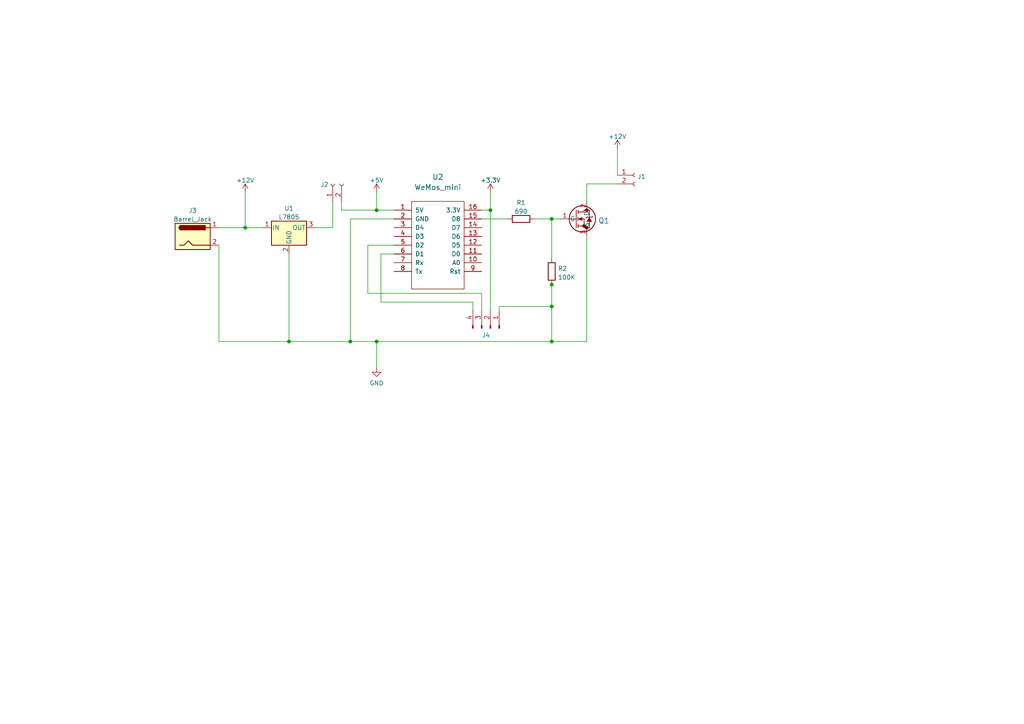
<source format=kicad_sch>
(kicad_sch (version 20211123) (generator eeschema)
  (paper "A4")
  (lib_symbols
    (symbol "Connector:Barrel_Jack" (pin_names (offset 1.016))
      (property "Reference" "J" (at 0 5.334 0))
      (property "Value" "Barrel_Jack" (at 0 -5.08 0))
      (symbol "Barrel_Jack_0_1"
        (rectangle (start -5.08 3.81) (end 5.08 -3.81) (stroke (width 0.254)) (fill (type background)))
        (arc (start -3.302 3.175) (mid -3.937 2.54) (end -3.302 1.905) (stroke (width 0.254)))
        (arc (start -3.302 3.175) (mid -3.937 2.54) (end -3.302 1.905) (stroke (width 0.254)) (fill (type outline)))
        (polyline (pts (xy 5.08 2.54) (xy 3.81 2.54)) (stroke (width 0.254)))
        (polyline (pts (xy -3.81 -2.54) (xy -2.54 -2.54) (xy -1.27 -1.27) (xy 0 -2.54) (xy 2.54 -2.54) (xy 5.08 -2.54)) (stroke (width 0.254)))
        (rectangle (start 3.683 3.175) (end -3.302 1.905) (stroke (width 0.254)) (fill (type outline)))
      )
      (symbol "Barrel_Jack_1_1"
        (pin passive line (at 7.62 2.54 180) (length 2.54) (name "~") (number "1"))
        (pin passive line (at 7.62 -2.54 180) (length 2.54) (name "~") (number "2"))
      )
    )
    (symbol "Connector:Conn_01x02_Female" (pin_names (offset 1.016) hide)
      (property "Reference" "J" (at 0 2.54 0))
      (property "Value" "Conn_01x02_Female" (at 0 -5.08 0))
      (symbol "Conn_01x02_Female_1_1"
        (arc (start 0 -2.032) (mid -0.508 -2.54) (end 0 -3.048) (stroke (width 0.1524)))
        (polyline (pts (xy -1.27 -2.54) (xy -0.508 -2.54)) (stroke (width 0.1524)))
        (polyline (pts (xy -1.27 0) (xy -0.508 0)) (stroke (width 0.1524)))
        (arc (start 0 0.508) (mid -0.508 0) (end 0 -0.508) (stroke (width 0.1524)))
        (pin passive line (at -5.08 0 0) (length 3.81) (name "Pin_1") (number "1"))
        (pin passive line (at -5.08 -2.54 0) (length 3.81) (name "Pin_2") (number "2"))
      )
    )
    (symbol "Connector:Conn_01x04_Male" (pin_names (offset 1.016) hide)
      (property "Reference" "J" (at 0 5.08 0))
      (property "Value" "Conn_01x04_Male" (at 0 -7.62 0))
      (symbol "Conn_01x04_Male_1_1"
        (polyline (pts (xy 1.27 -5.08) (xy 0.8636 -5.08)) (stroke (width 0.1524)))
        (polyline (pts (xy 1.27 -2.54) (xy 0.8636 -2.54)) (stroke (width 0.1524)))
        (polyline (pts (xy 1.27 0) (xy 0.8636 0)) (stroke (width 0.1524)))
        (polyline (pts (xy 1.27 2.54) (xy 0.8636 2.54)) (stroke (width 0.1524)))
        (rectangle (start 0.8636 -4.953) (end 0 -5.207) (stroke (width 0.1524)) (fill (type outline)))
        (rectangle (start 0.8636 -2.413) (end 0 -2.667) (stroke (width 0.1524)) (fill (type outline)))
        (rectangle (start 0.8636 0.127) (end 0 -0.127) (stroke (width 0.1524)) (fill (type outline)))
        (rectangle (start 0.8636 2.667) (end 0 2.413) (stroke (width 0.1524)) (fill (type outline)))
        (pin passive line (at 5.08 2.54 180) (length 3.81) (name "Pin_1") (number "1"))
        (pin passive line (at 5.08 0 180) (length 3.81) (name "Pin_2") (number "2"))
        (pin passive line (at 5.08 -2.54 180) (length 3.81) (name "Pin_3") (number "3"))
        (pin passive line (at 5.08 -5.08 180) (length 3.81) (name "Pin_4") (number "4"))
      )
    )
    (symbol "Device:R" (pin_numbers hide) (pin_names (offset 0))
      (property "Reference" "R" (at 2.032 0 90))
      (property "Value" "R" (at 0 0 90))
      (symbol "R_0_1"
        (rectangle (start -1.016 -2.54) (end 1.016 2.54) (stroke (width 0.254)))
      )
      (symbol "R_1_1"
        (pin passive line (at 0 3.81 270) (length 1.27) (name "~") (number "1"))
        (pin passive line (at 0 -3.81 90) (length 1.27) (name "~") (number "2"))
      )
    )
    (symbol "IRLU024N:IRLU024NPBF" (pin_names (offset 0.254))
      (property "Reference" "Q" (at 11.43 1.905 0))
      (property "Value" "IRLU024NPBF" (at 11.43 -2.54 0))
      (symbol "IRLU024NPBF_0_1"
        (polyline (pts (xy 2.54 0) (xy 4.445 0)) (stroke (width 0.2032)))
        (polyline (pts (xy 4.572 -2.54) (xy 4.572 2.54)) (stroke (width 0.2032)))
        (polyline (pts (xy 5.08 -2.54) (xy 5.08 -1.524)) (stroke (width 0.2032)))
        (polyline (pts (xy 5.08 -2.032) (xy 6.858 -2.032)) (stroke (width 0.2032)))
        (polyline (pts (xy 5.08 -0.508) (xy 5.08 0.508)) (stroke (width 0.2032)))
        (polyline (pts (xy 5.08 1.524) (xy 5.08 2.54)) (stroke (width 0.2032)))
        (polyline (pts (xy 5.08 2.032) (xy 6.858 2.032)) (stroke (width 0.2032)))
        (polyline (pts (xy 6.35 0) (xy 6.858 0)) (stroke (width 0.2032)))
        (polyline (pts (xy 6.858 -2.54) (xy 6.858 0)) (stroke (width 0.2032)))
        (polyline (pts (xy 6.858 -2.54) (xy 8.382 -2.54)) (stroke (width 0.2032)))
        (polyline (pts (xy 6.858 2.032) (xy 6.858 2.54)) (stroke (width 0.2032)))
        (polyline (pts (xy 6.858 2.54) (xy 8.382 2.54)) (stroke (width 0.2032)))
        (polyline (pts (xy 7.366 0.254) (xy 7.62 0.508)) (stroke (width 0.2032)))
        (polyline (pts (xy 8.382 -2.54) (xy 8.382 -0.762)) (stroke (width 0.2032)))
        (polyline (pts (xy 8.382 0.508) (xy 8.382 2.54)) (stroke (width 0.2032)))
        (polyline (pts (xy 9.144 0.508) (xy 7.62 0.508)) (stroke (width 0.2032)))
        (polyline (pts (xy 9.398 0.762) (xy 9.144 0.508)) (stroke (width 0.2032)))
        (polyline (pts (xy 6.35 0.508) (xy 5.08 0) (xy 6.35 -0.508)) (stroke (width 0.0254)) (fill (type outline)))
        (polyline (pts (xy 9.144 -0.762) (xy 7.62 -0.762) (xy 8.382 0.508)) (stroke (width 0.0254)) (fill (type outline)))
        (circle (center 6.35 0) (radius 3.81) (stroke (width 0.254)))
        (circle (center 6.858 -2.032) (radius 0.0254) (stroke (width 0.508)))
        (circle (center 7.62 -2.54) (radius 0.0254) (stroke (width 0.508)))
        (circle (center 7.62 2.54) (radius 0.0254) (stroke (width 0.508)))
        (pin unspecified line (at 0 0 0) (length 2.54) (name "G") (number "1"))
        (pin unspecified line (at 7.62 5.08 270) (length 2.54) (name "D") (number "2"))
        (pin unspecified line (at 7.62 -5.08 90) (length 2.54) (name "S") (number "3"))
      )
    )
    (symbol "Regulator_Linear:L7805" (pin_names (offset 0.254))
      (property "Reference" "U" (at -3.81 3.175 0))
      (property "Value" "L7805" (at 0 3.175 0))
      (symbol "L7805_0_1"
        (rectangle (start -5.08 1.905) (end 5.08 -5.08) (stroke (width 0.254)) (fill (type background)))
      )
      (symbol "L7805_1_1"
        (pin power_in line (at -7.62 0 0) (length 2.54) (name "IN") (number "1"))
        (pin power_in line (at 0 -7.62 90) (length 2.54) (name "GND") (number "2"))
        (pin power_out line (at 7.62 0 180) (length 2.54) (name "OUT") (number "3"))
      )
    )
    (symbol "power:+12V" (power) (pin_names (offset 0))
      (property "Value" "+12V" (at 0 3.556 0))
      (symbol "+12V_0_1"
        (polyline (pts (xy -0.762 1.27) (xy 0 2.54)))
        (polyline (pts (xy 0 0) (xy 0 2.54)))
        (polyline (pts (xy 0 2.54) (xy 0.762 1.27)))
      )
      (symbol "+12V_1_1"
        (pin power_in line (at 0 0 90) (length 0) hide (name "+12V") (number "1"))
      )
    )
    (symbol "power:+3.3V" (power) (pin_names (offset 0))
      (property "Value" "+3.3V" (at 0 3.556 0))
      (symbol "+3.3V_0_1"
        (polyline (pts (xy -0.762 1.27) (xy 0 2.54)))
        (polyline (pts (xy 0 0) (xy 0 2.54)))
        (polyline (pts (xy 0 2.54) (xy 0.762 1.27)))
      )
      (symbol "+3.3V_1_1"
        (pin power_in line (at 0 0 90) (length 0) hide (name "+3.3V") (number "1"))
      )
    )
    (symbol "power:+5V" (power) (pin_names (offset 0))
      (property "Value" "+5V" (at 0 3.556 0))
      (symbol "+5V_0_1"
        (polyline (pts (xy -0.762 1.27) (xy 0 2.54)))
        (polyline (pts (xy 0 0) (xy 0 2.54)))
        (polyline (pts (xy 0 2.54) (xy 0.762 1.27)))
      )
      (symbol "+5V_1_1"
        (pin power_in line (at 0 0 90) (length 0) hide (name "+5V") (number "1"))
      )
    )
    (symbol "power:GND" (power) (pin_names (offset 0))
      (property "Value" "GND" (at 0 -3.81 0))
      (symbol "GND_0_1"
        (polyline (pts (xy 0 0) (xy 0 -1.27) (xy 1.27 -1.27) (xy 0 -2.54) (xy -1.27 -1.27) (xy 0 -1.27)))
      )
      (symbol "GND_1_1"
        (pin power_in line (at 0 0 270) (length 0) hide (name "GND") (number "1"))
      )
    )
    (symbol "wemos_mini:WeMos_mini" (pin_names (offset 1.016))
      (property "Reference" "U" (at 0 12.7 0))
      (property "Value" "WeMos_mini" (at 0 -12.7 0))
      (property "Datasheet" "http://www.wemos.cc/Products/d1_mini.html" (at 13.97 -17.78 0))
      (symbol "WeMos_mini_0_1"
        (rectangle (start -7.62 11.43) (end 7.62 -13.97))
      )
      (symbol "WeMos_mini_1_1"
        (pin power_in line (at -12.7 8.89 0) (length 5.08) (name "5V") (number "1"))
        (pin bidirectional line (at 12.7 -6.35 180) (length 5.08) (name "A0") (number "10"))
        (pin bidirectional line (at 12.7 -3.81 180) (length 5.08) (name "D0") (number "11"))
        (pin bidirectional line (at 12.7 -1.27 180) (length 5.08) (name "D5") (number "12"))
        (pin bidirectional line (at 12.7 1.27 180) (length 5.08) (name "D6") (number "13"))
        (pin bidirectional line (at 12.7 3.81 180) (length 5.08) (name "D7") (number "14"))
        (pin bidirectional line (at 12.7 6.35 180) (length 5.08) (name "D8") (number "15"))
        (pin power_out line (at 12.7 8.89 180) (length 5.08) (name "3.3V") (number "16"))
        (pin power_in line (at -12.7 6.35 0) (length 5.08) (name "GND") (number "2"))
        (pin bidirectional line (at -12.7 3.81 0) (length 5.08) (name "D4") (number "3"))
        (pin bidirectional line (at -12.7 1.27 0) (length 5.08) (name "D3") (number "4"))
        (pin bidirectional line (at -12.7 -1.27 0) (length 5.08) (name "D2") (number "5"))
        (pin bidirectional line (at -12.7 -3.81 0) (length 5.08) (name "D1") (number "6"))
        (pin bidirectional line (at -12.7 -6.35 0) (length 5.08) (name "Rx") (number "7"))
        (pin bidirectional line (at -12.7 -8.89 0) (length 5.08) (name "Tx") (number "8"))
        (pin bidirectional line (at 12.7 -8.89 180) (length 5.08) (name "Rst") (number "9"))
      )
    )
  )
  (junction (at 101.6 99.06))
  (junction (at 160.02 99.06))
  (junction (at 160.02 88.9))
  (junction (at 109.22 99.06))
  (junction (at 142.24 60.96))
  (junction (at 71.12 66.04))
  (junction (at 160.02 82.55))
  (junction (at 83.82 99.06))
  (junction (at 160.02 63.5))
  (junction (at 109.22 60.96))
  (wire (pts (xy 106.68 85.09) (xy 139.7 85.09)))
  (wire (pts (xy 160.02 81.28) (xy 160.02 82.55)))
  (wire (pts (xy 160.02 99.06) (xy 170.18 99.06)))
  (wire (pts (xy 106.68 71.12) (xy 114.3 71.12)))
  (wire (pts (xy 101.6 63.5) (xy 114.3 63.5)))
  (wire (pts (xy 109.22 60.96) (xy 109.22 55.88)))
  (wire (pts (xy 91.44 66.04) (xy 96.52 66.04)))
  (wire (pts (xy 63.5 99.06) (xy 83.82 99.06)))
  (wire (pts (xy 63.5 66.04) (xy 71.12 66.04)))
  (wire (pts (xy 142.24 60.96) (xy 139.7 60.96)))
  (wire (pts (xy 170.18 58.42) (xy 170.18 53.34)))
  (wire (pts (xy 160.02 63.5) (xy 160.02 74.93)))
  (wire (pts (xy 106.68 85.09) (xy 106.68 71.12)))
  (wire (pts (xy 83.82 99.06) (xy 101.6 99.06)))
  (wire (pts (xy 114.3 60.96) (xy 109.22 60.96)))
  (wire (pts (xy 144.78 88.9) (xy 160.02 88.9)))
  (wire (pts (xy 142.24 60.96) (xy 142.24 90.17)))
  (wire (pts (xy 96.52 66.04) (xy 96.52 58.42)))
  (wire (pts (xy 160.02 99.06) (xy 109.22 99.06)))
  (wire (pts (xy 114.3 73.66) (xy 110.49 73.66)))
  (wire (pts (xy 179.07 43.18) (xy 179.07 50.8)))
  (wire (pts (xy 139.7 85.09) (xy 139.7 90.17)))
  (wire (pts (xy 63.5 71.12) (xy 63.5 99.06)))
  (wire (pts (xy 83.82 73.66) (xy 83.82 99.06)))
  (wire (pts (xy 160.02 88.9) (xy 160.02 99.06)))
  (wire (pts (xy 71.12 66.04) (xy 76.2 66.04)))
  (wire (pts (xy 99.06 58.42) (xy 99.06 60.96)))
  (wire (pts (xy 144.78 90.17) (xy 144.78 88.9)))
  (wire (pts (xy 137.16 87.63) (xy 137.16 90.17)))
  (wire (pts (xy 101.6 99.06) (xy 109.22 99.06)))
  (wire (pts (xy 110.49 73.66) (xy 110.49 87.63)))
  (wire (pts (xy 154.94 63.5) (xy 160.02 63.5)))
  (wire (pts (xy 170.18 68.58) (xy 170.18 99.06)))
  (wire (pts (xy 109.22 99.06) (xy 109.22 106.68)))
  (wire (pts (xy 99.06 60.96) (xy 109.22 60.96)))
  (wire (pts (xy 142.24 55.88) (xy 142.24 60.96)))
  (wire (pts (xy 71.12 55.88) (xy 71.12 66.04)))
  (wire (pts (xy 110.49 87.63) (xy 137.16 87.63)))
  (wire (pts (xy 101.6 63.5) (xy 101.6 99.06)))
  (wire (pts (xy 170.18 53.34) (xy 179.07 53.34)))
  (wire (pts (xy 139.7 63.5) (xy 147.32 63.5)))
  (wire (pts (xy 160.02 63.5) (xy 162.56 63.5)))
  (wire (pts (xy 160.02 82.55) (xy 160.02 88.9)))
  (symbol (lib_id "power:+12V") (at 179.07 43.18 0) (unit 1)
    (property "Reference" "#PWR01" (effects hide))
    (property "Value" "+12V" (at 179.07 39.6042 0))
  )
  (symbol (lib_id "Device:R") (at 160.02 78.74 0) (unit 1)
    (property "Reference" "R2" (at 161.798 77.9053 0) (effects (justify left)))
    (property "Value" "100K" (at 161.798 80.4422 0) (effects (justify left)))
    (property "Footprint" "Resistor_THT:R_Box_L8.4mm_W2.5mm_P5.08mm" (effects hide))
  )
  (symbol (lib_id "Connector:Barrel_Jack") (at 55.88 68.58 0) (unit 1)
    (property "Reference" "J3" (at 55.88 61.0702 0))
    (property "Value" "Barrel_Jack" (at 55.88 63.6071 0))
    (property "Footprint" "Connector_BarrelJack:BarrelJack_GCT_DCJ200-10-A_Horizontal" (effects hide))
  )
  (symbol (lib_id "Connector:Conn_01x02_Female") (at 96.52 53.34 90) (unit 1)
    (property "Reference" "J2" (at 95.3008 53.5412 90) (effects (justify left)))
    (property "Value" "Conn_01x02_Female" (effects hide))
    (property "Footprint" "Connector_PinHeader_2.54mm:PinHeader_1x02_P2.54mm_Vertical" (effects hide))
  )
  (symbol (lib_id "Connector:Conn_01x02_Female") (at 184.15 50.8 0) (unit 1)
    (property "Reference" "J1" (at 184.8612 51.2353 0) (effects (justify left)))
    (property "Value" "Conn_01x02_Female" (effects hide))
    (property "Footprint" "Connector_PinHeader_2.54mm:PinHeader_1x02_P2.54mm_Vertical" (effects hide))
  )
  (symbol (lib_id "power:+12V") (at 71.12 55.88 0) (unit 1)
    (property "Reference" "#PWR02" (effects hide))
    (property "Value" "+12V" (at 71.12 52.3042 0))
  )
  (symbol (lib_id "Device:R") (at 151.13 63.5 90) (unit 1)
    (property "Reference" "R1" (at 151.13 58.7842 90))
    (property "Value" "690" (at 151.13 61.3211 90))
    (property "Footprint" "Resistor_THT:R_Box_L8.4mm_W2.5mm_P5.08mm" (effects hide))
  )
  (symbol (lib_id "Regulator_Linear:L7805") (at 83.82 66.04 0) (unit 1)
    (property "Reference" "U1" (at 83.82 60.4352 0))
    (property "Value" "L7805" (at 83.82 62.9721 0))
    (property "Footprint" "Package_TO_SOT_THT:TO-220-3_Vertical" (effects hide))
    (property "Datasheet" "http://www.st.com/content/ccc/resource/technical/document/datasheet/41/4f/b3/b0/12/d4/47/88/CD00000444.pdf/files/CD00000444.pdf/jcr:content/translations/en.CD00000444.pdf" (effects hide))
  )
  (symbol (lib_id "power:GND") (at 109.22 106.68 0) (unit 1)
    (property "Reference" "#PWR05" (effects hide))
    (property "Value" "GND" (at 109.22 111.1234 0))
  )
  (symbol (lib_id "IRLU024N:IRLU024NPBF") (at 162.56 63.5 0) (unit 1)
    (property "Reference" "Q1" (at 173.482 64.0205 0) (effects (font (size 1.524 1.524)) (justify left)))
    (property "Value" "IRLU024NPBF" (effects hide))
    (property "Footprint" "Package_TO_SOT_THT:TO-251-3_Vertical" (effects hide))
    (property "Datasheet" "IRLU024NPBF" (effects hide))
  )
  (symbol (lib_id "Connector:Conn_01x04_Male") (at 142.24 95.25 270) (mirror x) (unit 1)
    (property "Reference" "J4" (at 140.97 97.2296 90))
    (property "Value" "Conn_01x04_Male" (effects hide))
    (property "Footprint" "Connector_PinHeader_2.54mm:PinHeader_1x04_P2.54mm_Vertical" (effects hide))
  )
  (symbol (lib_id "power:+3.3V") (at 142.24 55.88 0) (unit 1)
    (property "Reference" "#PWR04" (effects hide))
    (property "Value" "+3.3V" (at 142.24 52.3042 0))
  )
  (symbol (lib_id "wemos_mini:WeMos_mini") (at 127 69.85 0) (unit 1)
    (property "Reference" "U2" (at 127 51.3425 0) (effects (font (size 1.524 1.524))))
    (property "Value" "WeMos_mini" (at 127 54.3359 0) (effects (font (size 1.524 1.524))))
    (property "Footprint" "wemos_d1_mini:D1_mini_board" (effects hide))
    (property "Datasheet" "http://www.wemos.cc/Products/d1_mini.html" (effects hide))
  )
  (symbol (lib_id "power:+5V") (at 109.22 55.88 0) (unit 1)
    (property "Reference" "#PWR03" (effects hide))
    (property "Value" "+5V" (at 109.22 52.3042 0))
  )
)
</source>
